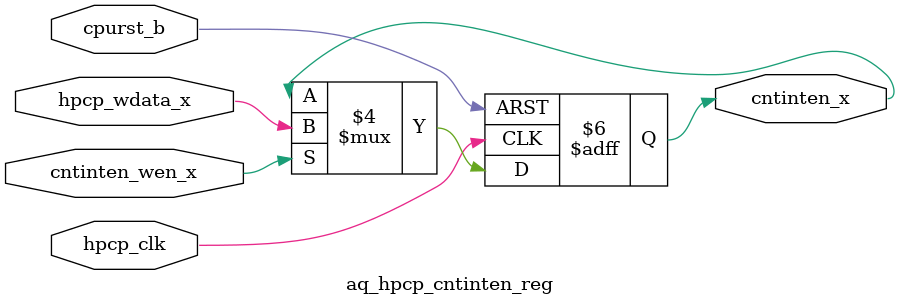
<source format=v>

/*Copyright 2020-2021 T-Head Semiconductor Co., Ltd.

Licensed under the Apache License, Version 2.0 (the "License");
you may not use this file except in compliance with the License.
You may obtain a copy of the License at

    http://www.apache.org/licenses/LICENSE-2.0

Unless required by applicable law or agreed to in writing, software
distributed under the License is distributed on an "AS IS" BASIS,
WITHOUT WARRANTIES OR CONDITIONS OF ANY KIND, either express or implied.
See the License for the specific language governing permissions and
limitations under the License.
*/

// &ModuleBeg; @22
module aq_hpcp_cntinten_reg(
  cntinten_wen_x,
  cntinten_x,
  cpurst_b,
  hpcp_clk,
  hpcp_wdata_x
);

// &Ports; @23
input        cntinten_wen_x; 
input        cpurst_b;      
input        hpcp_clk;      
input        hpcp_wdata_x;  
output       cntinten_x;    

// &Regs; @24
reg          cntinten_x;    

// &Wires @25
wire         cntinten_wen_x; 
wire         cpurst_b;      
wire         hpcp_clk;      
wire         hpcp_wdata_x;  


always @(posedge hpcp_clk or negedge cpurst_b)
begin
  if(!cpurst_b)
      cntinten_x <= 1'b0;
  else if(cntinten_wen_x) 
      cntinten_x <= hpcp_wdata_x;
  else
      cntinten_x <= cntinten_x;
end

// &Force("output","cntinten_x"); @37
// &ModuleEnd; @38
endmodule



</source>
